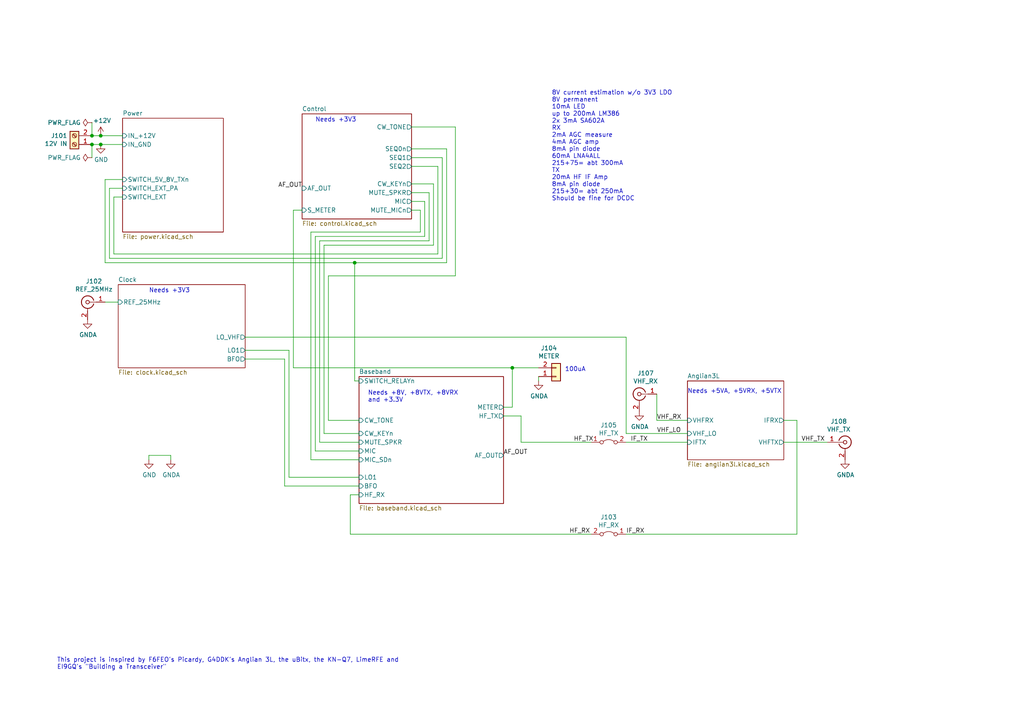
<source format=kicad_sch>
(kicad_sch (version 20211123) (generator eeschema)
  (paper "A4")
  (title_block (title "Picardy Anglian Mashup") (date "2020-03-18") (company "HB9EGM"))
  (lib_symbols
    (symbol "Connector:Conn_Coaxial" (pin_names (offset 1.016) hide)
      (property "Reference" "J" (at 0.254 3.048 0))
      (property "Value" "Conn_Coaxial" (at 2.921 0 90))
      (symbol "Conn_Coaxial_0_1"
        (arc (start -1.778 -0.508) (mid 0.222 -1.808) (end 1.778 0) (stroke (width 0.254)))
        (polyline (pts (xy -2.54 0) (xy -0.508 0)))
        (polyline (pts (xy 0 -2.54) (xy 0 -1.778)))
        (circle (center 0 0) (radius 0.508) (stroke (width 0.2032)))
        (arc (start 1.778 0) (mid 0.2221 1.8083) (end -1.778 0.508) (stroke (width 0.254)))
      )
      (symbol "Conn_Coaxial_1_1"
        (pin passive line (at -5.08 0 0) (length 2.54) (name "In") (number "1"))
        (pin passive line (at 0 -5.08 90) (length 2.54) (name "Ext") (number "2"))
      )
    )
    (symbol "Connector:Screw_Terminal_01x02" (pin_names (offset 1.016) hide)
      (property "Reference" "J" (at 0 2.54 0))
      (property "Value" "Screw_Terminal_01x02" (at 0 -5.08 0))
      (symbol "Screw_Terminal_01x02_1_1"
        (rectangle (start -1.27 1.27) (end 1.27 -3.81) (stroke (width 0.254)) (fill (type background)))
        (circle (center 0 -2.54) (radius 0.635) (stroke (width 0.1524)))
        (polyline (pts (xy -0.5334 -2.2098) (xy 0.3302 -3.048)) (stroke (width 0.1524)))
        (polyline (pts (xy -0.5334 0.3302) (xy 0.3302 -0.508)) (stroke (width 0.1524)))
        (polyline (pts (xy -0.3556 -2.032) (xy 0.508 -2.8702)) (stroke (width 0.1524)))
        (polyline (pts (xy -0.3556 0.508) (xy 0.508 -0.3302)) (stroke (width 0.1524)))
        (circle (center 0 0) (radius 0.635) (stroke (width 0.1524)))
        (pin passive line (at -5.08 0 0) (length 3.81) (name "Pin_1") (number "1"))
        (pin passive line (at -5.08 -2.54 0) (length 3.81) (name "Pin_2") (number "2"))
      )
    )
    (symbol "Connector_Generic:Conn_01x02" (pin_names (offset 1.016) hide)
      (property "Reference" "J" (at 0 2.54 0))
      (property "Value" "Conn_01x02" (at 0 -5.08 0))
      (symbol "Conn_01x02_1_1"
        (rectangle (start -1.27 -2.413) (end 0 -2.667) (stroke (width 0.1524)))
        (rectangle (start -1.27 0.127) (end 0 -0.127) (stroke (width 0.1524)))
        (rectangle (start -1.27 1.27) (end 1.27 -3.81) (stroke (width 0.254)) (fill (type background)))
        (pin passive line (at -5.08 0 0) (length 3.81) (name "Pin_1") (number "1"))
        (pin passive line (at -5.08 -2.54 0) (length 3.81) (name "Pin_2") (number "2"))
      )
    )
    (symbol "Jumper:Jumper_2_Bridged" (pin_names (offset 0) hide)
      (property "Reference" "JP" (at 0 1.905 0))
      (property "Value" "Jumper_2_Bridged" (at 0 -2.54 0))
      (symbol "Jumper_2_Bridged_0_0"
        (circle (center -2.032 0) (radius 0.508))
        (circle (center 2.032 0) (radius 0.508))
      )
      (symbol "Jumper_2_Bridged_0_1"
        (arc (start 1.524 0.254) (mid 0 0.762) (end -1.524 0.254))
      )
      (symbol "Jumper_2_Bridged_1_1"
        (pin passive line (at -5.08 0 0) (length 2.54) (name "A") (number "1"))
        (pin passive line (at 5.08 0 180) (length 2.54) (name "B") (number "2"))
      )
    )
    (symbol "power:+12V" (power) (pin_names (offset 0))
      (property "Value" "+12V" (at 0 3.556 0))
      (symbol "+12V_0_1"
        (polyline (pts (xy -0.762 1.27) (xy 0 2.54)))
        (polyline (pts (xy 0 0) (xy 0 2.54)))
        (polyline (pts (xy 0 2.54) (xy 0.762 1.27)))
      )
      (symbol "+12V_1_1"
        (pin power_in line (at 0 0 90) (length 0) hide (name "+12V") (number "1"))
      )
    )
    (symbol "power:GND" (power) (pin_names (offset 0))
      (property "Value" "GND" (at 0 -3.81 0))
      (symbol "GND_0_1"
        (polyline (pts (xy 0 0) (xy 0 -1.27) (xy 1.27 -1.27) (xy 0 -2.54) (xy -1.27 -1.27) (xy 0 -1.27)))
      )
      (symbol "GND_1_1"
        (pin power_in line (at 0 0 270) (length 0) hide (name "GND") (number "1"))
      )
    )
    (symbol "power:GNDA" (power) (pin_names (offset 0))
      (property "Value" "GNDA" (at 0 -3.81 0))
      (symbol "GNDA_0_1"
        (polyline (pts (xy 0 0) (xy 0 -1.27) (xy 1.27 -1.27) (xy 0 -2.54) (xy -1.27 -1.27) (xy 0 -1.27)))
      )
      (symbol "GNDA_1_1"
        (pin power_in line (at 0 0 270) (length 0) hide (name "GNDA") (number "1"))
      )
    )
    (symbol "power:PWR_FLAG" (power) (pin_numbers hide) (pin_names (offset 0) hide)
      (property "Value" "PWR_FLAG" (at 0 3.81 0))
      (symbol "PWR_FLAG_0_0"
        (pin power_out line (at 0 0 90) (length 0) (name "pwr") (number "1"))
      )
      (symbol "PWR_FLAG_0_1"
        (polyline (pts (xy 0 0) (xy 0 1.27) (xy -1.016 1.905) (xy 0 2.54) (xy 1.016 1.905) (xy 0 1.27)))
      )
    )
  )
  (junction (at 29.21 41.91))
  (junction (at 26.67 39.37))
  (junction (at 102.87 76.2))
  (junction (at 29.21 39.37))
  (junction (at 26.67 41.91))
  (junction (at 148.59 106.68))
  (wire (pts (xy 82.55 140.97) (xy 104.14 140.97)))
  (wire (pts (xy 35.56 52.07) (xy 30.48 52.07)))
  (wire (pts (xy 127 48.26) (xy 127 73.66)))
  (wire (pts (xy 240.03 128.27) (xy 227.33 128.27)))
  (wire (pts (xy 95.25 80.01) (xy 132.08 80.01)))
  (wire (pts (xy 43.18 132.08) (xy 43.18 133.35)))
  (wire (pts (xy 124.46 69.85) (xy 92.71 69.85)))
  (wire (pts (xy 190.5 114.3) (xy 190.5 121.92)))
  (wire (pts (xy 119.38 58.42) (xy 123.19 58.42)))
  (wire (pts (xy 151.13 128.27) (xy 171.45 128.27)))
  (wire (pts (xy 151.13 120.65) (xy 151.13 128.27)))
  (wire (pts (xy 148.59 118.11) (xy 148.59 106.68)))
  (wire (pts (xy 128.27 74.93) (xy 31.75 74.93)))
  (wire (pts (xy 85.09 60.96) (xy 87.63 60.96)))
  (wire (pts (xy 29.21 41.91) (xy 35.56 41.91)))
  (wire (pts (xy 227.33 121.92) (xy 231.14 121.92)))
  (wire (pts (xy 181.61 128.27) (xy 199.39 128.27)))
  (wire (pts (xy 90.17 67.31) (xy 90.17 133.35)))
  (wire (pts (xy 26.67 41.91) (xy 29.21 41.91)))
  (wire (pts (xy 85.09 106.68) (xy 85.09 60.96)))
  (wire (pts (xy 92.71 128.27) (xy 104.14 128.27)))
  (wire (pts (xy 33.02 73.66) (xy 33.02 57.15)))
  (wire (pts (xy 49.53 133.35) (xy 49.53 132.08)))
  (wire (pts (xy 71.12 104.14) (xy 82.55 104.14)))
  (wire (pts (xy 181.61 125.73) (xy 199.39 125.73)))
  (wire (pts (xy 181.61 154.94) (xy 231.14 154.94)))
  (wire (pts (xy 91.44 130.81) (xy 104.14 130.81)))
  (wire (pts (xy 83.82 101.6) (xy 83.82 138.43)))
  (wire (pts (xy 93.98 125.73) (xy 93.98 71.12)))
  (wire (pts (xy 71.12 101.6) (xy 83.82 101.6)))
  (wire (pts (xy 30.48 52.07) (xy 30.48 76.2)))
  (wire (pts (xy 119.38 60.96) (xy 121.92 60.96)))
  (wire (pts (xy 123.19 68.58) (xy 91.44 68.58)))
  (wire (pts (xy 101.6 143.51) (xy 101.6 154.94)))
  (wire (pts (xy 123.19 58.42) (xy 123.19 68.58)))
  (wire (pts (xy 92.71 69.85) (xy 92.71 128.27)))
  (wire (pts (xy 26.67 45.72) (xy 26.67 41.91)))
  (wire (pts (xy 31.75 54.61) (xy 35.56 54.61)))
  (wire (pts (xy 30.48 87.63) (xy 34.29 87.63)))
  (wire (pts (xy 29.21 39.37) (xy 35.56 39.37)))
  (wire (pts (xy 148.59 106.68) (xy 156.21 106.68)))
  (wire (pts (xy 95.25 121.92) (xy 95.25 80.01)))
  (wire (pts (xy 104.14 125.73) (xy 93.98 125.73)))
  (wire (pts (xy 31.75 74.93) (xy 31.75 54.61)))
  (wire (pts (xy 156.21 110.49) (xy 156.21 109.22)))
  (wire (pts (xy 104.14 121.92) (xy 95.25 121.92)))
  (wire (pts (xy 125.73 71.12) (xy 125.73 53.34)))
  (wire (pts (xy 125.73 53.34) (xy 119.38 53.34)))
  (wire (pts (xy 132.08 80.01) (xy 132.08 36.83)))
  (wire (pts (xy 71.12 97.79) (xy 181.61 97.79)))
  (wire (pts (xy 102.87 76.2) (xy 102.87 110.49)))
  (wire (pts (xy 33.02 57.15) (xy 35.56 57.15)))
  (wire (pts (xy 146.05 120.65) (xy 151.13 120.65)))
  (wire (pts (xy 171.45 154.94) (xy 101.6 154.94)))
  (wire (pts (xy 90.17 133.35) (xy 104.14 133.35)))
  (wire (pts (xy 82.55 104.14) (xy 82.55 140.97)))
  (wire (pts (xy 30.48 76.2) (xy 102.87 76.2)))
  (wire (pts (xy 119.38 55.88) (xy 124.46 55.88)))
  (wire (pts (xy 146.05 118.11) (xy 148.59 118.11)))
  (wire (pts (xy 119.38 43.18) (xy 129.54 43.18)))
  (wire (pts (xy 121.92 60.96) (xy 121.92 67.31)))
  (wire (pts (xy 181.61 97.79) (xy 181.61 125.73)))
  (wire (pts (xy 124.46 55.88) (xy 124.46 69.85)))
  (wire (pts (xy 129.54 76.2) (xy 102.87 76.2)))
  (wire (pts (xy 26.67 35.56) (xy 26.67 39.37)))
  (wire (pts (xy 231.14 154.94) (xy 231.14 121.92)))
  (wire (pts (xy 91.44 68.58) (xy 91.44 130.81)))
  (wire (pts (xy 121.92 67.31) (xy 90.17 67.31)))
  (wire (pts (xy 26.67 39.37) (xy 29.21 39.37)))
  (wire (pts (xy 119.38 48.26) (xy 127 48.26)))
  (wire (pts (xy 128.27 45.72) (xy 128.27 74.93)))
  (wire (pts (xy 127 73.66) (xy 33.02 73.66)))
  (wire (pts (xy 49.53 132.08) (xy 43.18 132.08)))
  (wire (pts (xy 119.38 45.72) (xy 128.27 45.72)))
  (wire (pts (xy 93.98 71.12) (xy 125.73 71.12)))
  (wire (pts (xy 102.87 110.49) (xy 104.14 110.49)))
  (wire (pts (xy 148.59 106.68) (xy 85.09 106.68)))
  (wire (pts (xy 101.6 143.51) (xy 104.14 143.51)))
  (wire (pts (xy 129.54 43.18) (xy 129.54 76.2)))
  (wire (pts (xy 83.82 138.43) (xy 104.14 138.43)))
  (wire (pts (xy 190.5 121.92) (xy 199.39 121.92)))
  (wire (pts (xy 132.08 36.83) (xy 119.38 36.83)))
  (text "100uA" (at 163.83 107.95 0) (effects (font (size 1.27 1.27)) (justify left bottom)))
  (text "Needs +8V, +8VTX, +8VRX\nand +3.3V" (at 106.68 116.84 0) (effects (font (size 1.27 1.27)) (justify left bottom)))
  (text "This project is inspired by F6FEO's Picardy, G4DDK's Anglian 3L, the uBitx, the KN-Q7, LimeRFE and\nEI9GQ's \"Building a Transceiver\"" (at 16.51 194.31 0) (effects (font (size 1.27 1.27)) (justify left bottom)))
  (text "Needs +5VA, +5VRX, +5VTX" (at 199.39 114.3 0) (effects (font (size 1.27 1.27)) (justify left bottom)))
  (text "Needs +3V3" (at 43.18 85.09 0) (effects (font (size 1.27 1.27)) (justify left bottom)))
  (text "Needs +3V3" (at 91.44 35.56 0) (effects (font (size 1.27 1.27)) (justify left bottom)))
  (text "8V current estimation w/o 3V3 LDO\n8V permanent\n10mA LED\nup to 200mA LM386\n2x 3mA SA602A\nRX\n2mA AGC measure\n4mA AGC amp\n8mA pin diode\n60mA LNA4ALL\n215+75= abt 300mA\nTX\n20mA HF IF Amp\n8mA pin diode\n215+30= abt 250mA\nShould be fine for DCDC" (at 160.02 58.42 0) (effects (font (size 1.27 1.27)) (justify left bottom)))
  (label "HF_RX" (at 165.1 154.94 0))
  (label "HF_TX" (at 166.37 128.27 0))
  (label "IF_RX" (at 181.61 154.94 0))
  (label "VHF_RX" (at 190.5 121.92 0))
  (label "VHF_TX" (at 232.41 128.27 0))
  (label "AF_OUT" (at 87.63 54.61 180))
  (label "AF_OUT" (at 146.05 132.08 0))
  (label "IF_TX" (at 182.88 128.27 0))
  (label "VHF_LO" (at 190.5 125.73 0))
  (symbol (lib_id "power:+12V") (at 29.21 39.37 0) (unit 1)
    (property "Reference" "#PWR0102" (effects hide))
    (property "Value" "+12V" (at 29.591 34.9758 0))
  )
  (symbol (lib_id "Connector_Generic:Conn_01x02") (at 161.29 109.22 0) (mirror x)
    (property "Reference" "J104" (at 159.2072 100.965 0))
    (property "Value" "METER" (at 159.2072 103.2764 0))
    (property "Footprint" "Connector_PinHeader_2.54mm:PinHeader_1x02_P2.54mm_Vertical" (effects hide))
    (property "Need_order" "0" (effects hide))
  )
  (symbol (lib_id "power:GNDA") (at 156.21 110.49 0)
    (property "Reference" "#PWR0107" (effects hide))
    (property "Value" "GNDA" (at 156.337 114.8842 0))
  )
  (symbol (lib_id "Connector:Conn_Coaxial") (at 25.4 87.63 0) (mirror y)
    (property "Reference" "J102" (at 27.2288 81.5848 0))
    (property "Value" "REF_25MHz" (at 27.2288 83.8962 0))
    (property "Footprint" "Connector_Coaxial:SMA_Amphenol_132289_EdgeMount" (effects hide))
    (property "Datasheet" " ~" (effects hide))
    (property "Need_order" "0" (effects hide))
  )
  (symbol (lib_id "power:GNDA") (at 25.4 92.71 0)
    (property "Reference" "#PWR0101" (effects hide))
    (property "Value" "GNDA" (at 25.527 97.1042 0))
  )
  (symbol (lib_id "Jumper:Jumper_2_Bridged") (at 176.53 128.27 0)
    (property "Reference" "J105" (at 176.53 123.317 0))
    (property "Value" "HF_TX" (at 176.53 125.6284 0))
    (property "Footprint" "Connector_PinHeader_2.54mm:PinHeader_1x02_P2.54mm_Vertical" (effects hide))
    (property "Need_order" "0" (effects hide))
  )
  (symbol (lib_id "Jumper:Jumper_2_Bridged") (at 176.53 154.94 0) (mirror y)
    (property "Reference" "J103" (at 176.53 149.987 0))
    (property "Value" "HF_RX" (at 176.53 152.2984 0))
    (property "Footprint" "Connector_PinHeader_2.54mm:PinHeader_1x02_P2.54mm_Vertical" (effects hide))
    (property "Need_order" "0" (effects hide))
  )
  (symbol (lib_id "Connector:Conn_Coaxial") (at 185.42 114.3 0) (mirror y)
    (property "Reference" "J107" (at 187.2488 108.2548 0))
    (property "Value" "VHF_RX" (at 187.2488 110.5662 0))
    (property "Footprint" "Connector_Coaxial:SMA_Amphenol_132289_EdgeMount" (effects hide))
    (property "Datasheet" " ~" (effects hide))
    (property "Need_order" "0" (effects hide))
  )
  (symbol (lib_id "power:GNDA") (at 185.42 119.38 0)
    (property "Reference" "#PWR0110" (effects hide))
    (property "Value" "GNDA" (at 185.547 123.7742 0))
  )
  (symbol (lib_id "Connector:Conn_Coaxial") (at 245.11 128.27 0)
    (property "Reference" "J108" (at 243.2812 122.2248 0))
    (property "Value" "VHF_TX" (at 243.2812 124.5362 0))
    (property "Footprint" "Connector_Coaxial:SMA_Amphenol_132289_EdgeMount" (effects hide))
    (property "Datasheet" " ~" (effects hide))
    (property "Need_order" "0" (effects hide))
  )
  (symbol (lib_id "power:GNDA") (at 245.11 133.35 0)
    (property "Reference" "#PWR0111" (effects hide))
    (property "Value" "GNDA" (at 245.237 137.7442 0))
  )
  (symbol (lib_id "Connector:Screw_Terminal_01x02") (at 21.59 41.91 180) (unit 1)
    (property "Reference" "J101" (at 19.558 39.37 0) (effects (justify left)))
    (property "Value" "12V IN" (at 19.558 41.6814 0) (effects (justify left)))
    (property "Footprint" "Connector_PinHeader_2.54mm:PinHeader_1x02_P2.54mm_Vertical" (effects hide))
    (property "Need_order" "0" (effects hide))
  )
  (symbol (lib_id "power:PWR_FLAG") (at 26.67 45.72 90) (unit 1)
    (property "Reference" "#FLG0102" (effects hide))
    (property "Value" "PWR_FLAG" (at 23.4442 45.72 90) (effects (justify left)))
  )
  (symbol (lib_id "power:PWR_FLAG") (at 26.67 35.56 90) (unit 1)
    (property "Reference" "#FLG0101" (effects hide))
    (property "Value" "PWR_FLAG" (at 23.4442 35.56 90) (effects (justify left)))
  )
  (symbol (lib_id "power:GND") (at 29.21 41.91 0)
    (property "Reference" "#PWR0103" (effects hide))
    (property "Value" "GND" (at 29.337 46.3042 0))
  )
  (symbol (lib_id "power:GND") (at 43.18 133.35 0)
    (property "Reference" "#PWR0113" (effects hide))
    (property "Value" "GND" (at 43.307 137.7442 0))
  )
  (symbol (lib_id "power:GNDA") (at 49.53 133.35 0)
    (property "Reference" "#PWR0114" (effects hide))
    (property "Value" "GNDA" (at 49.657 137.7442 0))
  )
  (sheet (at 35.56 34.29) (size 29.21 33.02)
    (property "Sheet name" "Power" (at 35.56 33.5784 0) (effects (justify left bottom)))
    (property "Sheet file" "power.kicad_sch" (at 35.56 67.8946 0) (effects (justify left top)))
    (pin "IN_+12V" input (at 35.56 39.37 180))
    (pin "IN_GND" input (at 35.56 41.91 180))
    (pin "SWITCH_5V_8V_TXn" input (at 35.56 52.07 180))
    (pin "SWITCH_EXT" input (at 35.56 57.15 180))
    (pin "SWITCH_EXT_PA" input (at 35.56 54.61 180))
  )
  (sheet (at 87.63 33.02) (size 31.75 30.48)
    (property "Sheet name" "Control" (at 87.63 32.3084 0) (effects (justify left bottom)))
    (property "Sheet file" "control.kicad_sch" (at 87.63 64.0846 0) (effects (justify left top)))
    (pin "CW_TONE" output (at 119.38 36.83 0))
    (pin "SEQ0n" output (at 119.38 43.18 0))
    (pin "SEQ1" output (at 119.38 45.72 0))
    (pin "SEQ2" output (at 119.38 48.26 0))
    (pin "MIC" output (at 119.38 58.42 0))
    (pin "MUTE_SPKR" output (at 119.38 55.88 0))
    (pin "S_METER" input (at 87.63 60.96 180))
    (pin "CW_KEYn" output (at 119.38 53.34 0))
    (pin "AF_OUT" input (at 87.63 54.61 180))
    (pin "MUTE_MICn" output (at 119.38 60.96 0))
  )
  (sheet (at 104.14 109.22) (size 41.91 36.83)
    (property "Sheet name" "Baseband" (at 104.14 108.5084 0) (effects (justify left bottom)))
    (property "Sheet file" "baseband.kicad_sch" (at 104.14 146.6346 0) (effects (justify left top)))
    (pin "LO1" input (at 104.14 138.43 180))
    (pin "HF_RX" input (at 104.14 143.51 180))
    (pin "MIC" input (at 104.14 130.81 180))
    (pin "MUTE_SPKR" input (at 104.14 128.27 180))
    (pin "SWITCH_RELAYn" input (at 104.14 110.49 180))
    (pin "HF_TX" output (at 146.05 120.65 0))
    (pin "METER" output (at 146.05 118.11 0))
    (pin "CW_TONE" input (at 104.14 121.92 180))
    (pin "BFO" input (at 104.14 140.97 180))
    (pin "CW_KEYn" input (at 104.14 125.73 180))
    (pin "AF_OUT" output (at 146.05 132.08 0))
    (pin "MIC_SDn" input (at 104.14 133.35 180))
  )
  (sheet (at 199.39 110.49) (size 27.94 22.86)
    (property "Sheet name" "Anglian3L" (at 199.39 109.7784 0) (effects (justify left bottom)))
    (property "Sheet file" "anglian3l.kicad_sch" (at 199.39 133.9346 0) (effects (justify left top)))
    (pin "VHF_LO" input (at 199.39 125.73 180))
    (pin "IFTX" input (at 199.39 128.27 180))
    (pin "VHFRX" input (at 199.39 121.92 180))
    (pin "IFRX" output (at 227.33 121.92 0))
    (pin "VHFTX" output (at 227.33 128.27 0))
  )
  (sheet (at 34.29 82.55) (size 36.83 24.13)
    (property "Sheet name" "Clock" (at 34.29 81.8384 0) (effects (justify left bottom)))
    (property "Sheet file" "clock.kicad_sch" (at 34.29 107.2646 0) (effects (justify left top)))
    (pin "LO1" output (at 71.12 101.6 0))
    (pin "REF_25MHz" input (at 34.29 87.63 180))
    (pin "LO_VHF" output (at 71.12 97.79 0))
    (pin "BFO" output (at 71.12 104.14 0))
  )
)
</source>
